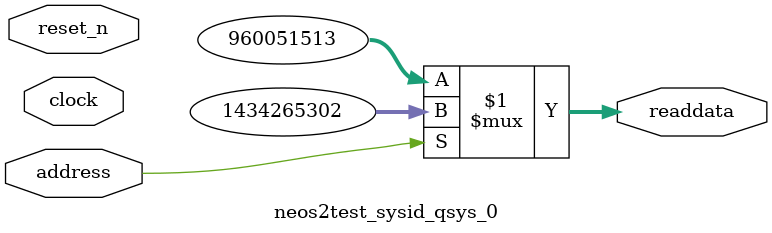
<source format=v>

`timescale 1ns / 1ps
// synthesis translate_on

// turn off superfluous verilog processor warnings 
// altera message_level Level1 
// altera message_off 10034 10035 10036 10037 10230 10240 10030 

module neos2test_sysid_qsys_0 (
               // inputs:
                address,
                clock,
                reset_n,

               // outputs:
                readdata
             )
;

  output  [ 31: 0] readdata;
  input            address;
  input            clock;
  input            reset_n;

  wire    [ 31: 0] readdata;
  //control_slave, which is an e_avalon_slave
  assign readdata = address ? 1434265302 : 960051513;

endmodule




</source>
